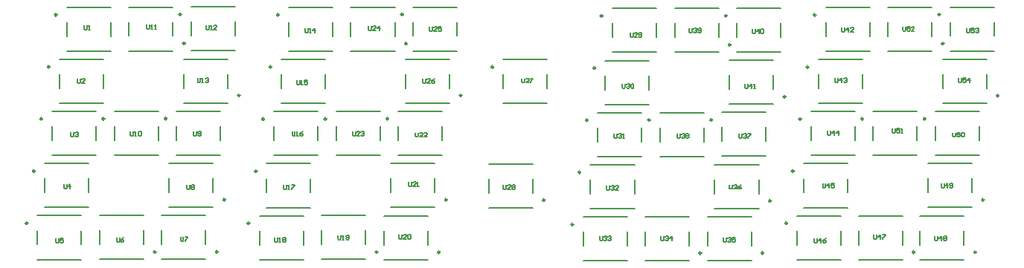
<source format=gto>
G04 Layer_Color=65535*
%FSLAX42Y42*%
%MOMM*%
G71*
G01*
G75*
%ADD18C,0.25*%
%ADD19C,0.20*%
%ADD20C,0.13*%
D18*
X11745Y2221D02*
G03*
X11745Y2221I-12J0D01*
G01*
X11079Y3146D02*
G03*
X11079Y3146I-12J0D01*
G01*
X11122Y2814D02*
G03*
X11122Y2814I-12J0D01*
G01*
X10205Y1956D02*
G03*
X10205Y1956I-12J0D01*
G01*
X10912Y1957D02*
G03*
X10912Y1957I-12J0D01*
G01*
X11578Y1033D02*
G03*
X11578Y1033I-12J0D01*
G01*
X11488Y435D02*
G03*
X11488Y435I-12J0D01*
G01*
X10788D02*
G03*
X10788Y435I-12J0D01*
G01*
X9338Y765D02*
G03*
X9338Y765I-12J0D01*
G01*
X9414Y1360D02*
G03*
X9414Y1360I-12J0D01*
G01*
X9498Y1954D02*
G03*
X9498Y1954I-12J0D01*
G01*
X9581Y2548D02*
G03*
X9581Y2548I-12J0D01*
G01*
X9665Y3142D02*
G03*
X9665Y3142I-12J0D01*
G01*
X9320Y2209D02*
G03*
X9320Y2209I-12J0D01*
G01*
X8653Y3133D02*
G03*
X8653Y3133I-12J0D01*
G01*
X8696Y2801D02*
G03*
X8696Y2801I-12J0D01*
G01*
X7779Y1943D02*
G03*
X7779Y1943I-12J0D01*
G01*
X8486Y1945D02*
G03*
X8486Y1945I-12J0D01*
G01*
X9153Y1020D02*
G03*
X9153Y1020I-12J0D01*
G01*
X9069Y426D02*
G03*
X9069Y426I-12J0D01*
G01*
X8362Y425D02*
G03*
X8362Y425I-12J0D01*
G01*
X6905Y753D02*
G03*
X6905Y753I-12J0D01*
G01*
X6989Y1347D02*
G03*
X6989Y1347I-12J0D01*
G01*
X7072Y1941D02*
G03*
X7072Y1941I-12J0D01*
G01*
X7156Y2536D02*
G03*
X7156Y2536I-12J0D01*
G01*
X7239Y3130D02*
G03*
X7239Y3130I-12J0D01*
G01*
X6579Y1029D02*
G03*
X6579Y1029I-12J0D01*
G01*
X5996Y2547D02*
G03*
X5996Y2547I-12J0D01*
G01*
X5636Y2222D02*
G03*
X5636Y2222I-12J0D01*
G01*
X4969Y3146D02*
G03*
X4969Y3146I-12J0D01*
G01*
X5012Y2814D02*
G03*
X5012Y2814I-12J0D01*
G01*
X4095Y1956D02*
G03*
X4095Y1956I-12J0D01*
G01*
X4802Y1957D02*
G03*
X4802Y1957I-12J0D01*
G01*
X5469Y1033D02*
G03*
X5469Y1033I-12J0D01*
G01*
X5388Y435D02*
G03*
X5388Y435I-12J0D01*
G01*
X4678Y438D02*
G03*
X4678Y438I-12J0D01*
G01*
X3221Y766D02*
G03*
X3221Y766I-12J0D01*
G01*
X3305Y1360D02*
G03*
X3305Y1360I-12J0D01*
G01*
X3388Y1954D02*
G03*
X3388Y1954I-12J0D01*
G01*
X3472Y2548D02*
G03*
X3472Y2548I-12J0D01*
G01*
X3555Y3143D02*
G03*
X3555Y3143I-12J0D01*
G01*
X3112Y2223D02*
G03*
X3112Y2223I-12J0D01*
G01*
X2445Y3147D02*
G03*
X2445Y3147I-12J0D01*
G01*
X2488Y2816D02*
G03*
X2488Y2816I-12J0D01*
G01*
X1571Y1957D02*
G03*
X1571Y1957I-12J0D01*
G01*
X2278Y1959D02*
G03*
X2278Y1959I-12J0D01*
G01*
X2945Y1035D02*
G03*
X2945Y1035I-12J0D01*
G01*
X2861Y440D02*
G03*
X2861Y440I-12J0D01*
G01*
X2154Y439D02*
G03*
X2154Y439I-12J0D01*
G01*
X697Y767D02*
G03*
X697Y767I-12J0D01*
G01*
X780Y1361D02*
G03*
X780Y1361I-12J0D01*
G01*
X864Y1956D02*
G03*
X864Y1956I-12J0D01*
G01*
X947Y2550D02*
G03*
X947Y2550I-12J0D01*
G01*
X1031Y3144D02*
G03*
X1031Y3144I-12J0D01*
G01*
D19*
X11108Y2136D02*
X11608D01*
X11108Y2306D02*
Y2466D01*
Y2636D02*
X11608D01*
Y2306D02*
Y2466D01*
X11191Y3231D02*
X11691D01*
Y2901D02*
Y3061D01*
X11191Y2731D02*
X11691D01*
X11191Y2901D02*
Y3061D01*
X10484Y2729D02*
X10984D01*
X10484Y2899D02*
Y3059D01*
Y3229D02*
X10984D01*
Y2899D02*
Y3059D01*
X10317Y2041D02*
X10817D01*
Y1711D02*
Y1871D01*
X10317Y1541D02*
X10817D01*
X10317Y1711D02*
Y1871D01*
X11024Y2042D02*
X11524D01*
Y1712D02*
Y1872D01*
X11024Y1542D02*
X11524D01*
X11024Y1712D02*
Y1872D01*
X10941Y948D02*
X11441D01*
X10941Y1118D02*
Y1278D01*
Y1448D02*
X11441D01*
Y1118D02*
Y1278D01*
X10850Y350D02*
X11350D01*
X10850Y520D02*
Y680D01*
Y850D02*
X11350D01*
Y520D02*
Y680D01*
X10150Y350D02*
X10650D01*
X10150Y520D02*
Y680D01*
Y850D02*
X10650D01*
Y520D02*
Y680D01*
X9450Y850D02*
X9950D01*
Y520D02*
Y680D01*
X9450Y350D02*
X9950D01*
X9450Y520D02*
Y680D01*
X9527Y1445D02*
X10027D01*
Y1115D02*
Y1275D01*
X9527Y945D02*
X10027D01*
X9527Y1115D02*
Y1275D01*
X9610Y2039D02*
X10110D01*
Y1709D02*
Y1869D01*
X9610Y1539D02*
X10110D01*
X9610Y1709D02*
Y1869D01*
X9694Y2633D02*
X10194D01*
Y2303D02*
Y2463D01*
X9694Y2133D02*
X10194D01*
X9694Y2303D02*
Y2463D01*
X9777Y3227D02*
X10277D01*
Y2897D02*
Y3057D01*
X9777Y2727D02*
X10277D01*
X9777Y2897D02*
Y3057D01*
X8682Y2124D02*
X9182D01*
X8682Y2294D02*
Y2454D01*
Y2624D02*
X9182D01*
Y2294D02*
Y2454D01*
X8766Y3218D02*
X9266D01*
Y2888D02*
Y3048D01*
X8766Y2718D02*
X9266D01*
X8766Y2888D02*
Y3048D01*
X8059Y2716D02*
X8559D01*
X8059Y2886D02*
Y3046D01*
Y3216D02*
X8559D01*
Y2886D02*
Y3046D01*
X7892Y2028D02*
X8392D01*
Y1698D02*
Y1858D01*
X7892Y1528D02*
X8392D01*
X7892Y1698D02*
Y1858D01*
X8599Y2030D02*
X9099D01*
Y1700D02*
Y1860D01*
X8599Y1530D02*
X9099D01*
X8599Y1700D02*
Y1860D01*
X8515Y935D02*
X9015D01*
X8515Y1105D02*
Y1265D01*
Y1435D02*
X9015D01*
Y1105D02*
Y1265D01*
X8432Y341D02*
X8932D01*
X8432Y511D02*
Y671D01*
Y841D02*
X8932D01*
Y511D02*
Y671D01*
X7725Y340D02*
X8225D01*
X7725Y510D02*
Y670D01*
Y840D02*
X8225D01*
Y510D02*
Y670D01*
X7018Y838D02*
X7518D01*
Y508D02*
Y668D01*
X7018Y338D02*
X7518D01*
X7018Y508D02*
Y668D01*
X7101Y1432D02*
X7601D01*
Y1102D02*
Y1262D01*
X7101Y932D02*
X7601D01*
X7101Y1102D02*
Y1262D01*
X7185Y2026D02*
X7685D01*
Y1696D02*
Y1856D01*
X7185Y1526D02*
X7685D01*
X7185Y1696D02*
Y1856D01*
X7268Y2621D02*
X7768D01*
Y2291D02*
Y2451D01*
X7268Y2121D02*
X7768D01*
X7268Y2291D02*
Y2451D01*
X7352Y3215D02*
X7852D01*
Y2885D02*
Y3045D01*
X7352Y2715D02*
X7852D01*
X7352Y2885D02*
Y3045D01*
X5942Y944D02*
X6442D01*
X5942Y1114D02*
Y1274D01*
Y1444D02*
X6442D01*
Y1114D02*
Y1274D01*
X6109Y2632D02*
X6609D01*
Y2302D02*
Y2462D01*
X6109Y2132D02*
X6609D01*
X6109Y2302D02*
Y2462D01*
X4998Y2137D02*
X5498D01*
X4998Y2307D02*
Y2467D01*
Y2637D02*
X5498D01*
Y2307D02*
Y2467D01*
X5082Y3231D02*
X5582D01*
Y2901D02*
Y3061D01*
X5082Y2731D02*
X5582D01*
X5082Y2901D02*
Y3061D01*
X4375Y2729D02*
X4875D01*
X4375Y2899D02*
Y3059D01*
Y3229D02*
X4875D01*
Y2899D02*
Y3059D01*
X4208Y2041D02*
X4708D01*
Y1711D02*
Y1871D01*
X4208Y1541D02*
X4708D01*
X4208Y1711D02*
Y1871D01*
X4915Y2042D02*
X5415D01*
Y1712D02*
Y1872D01*
X4915Y1542D02*
X5415D01*
X4915Y1712D02*
Y1872D01*
X4831Y948D02*
X5331D01*
X4831Y1118D02*
Y1278D01*
Y1448D02*
X5331D01*
Y1118D02*
Y1278D01*
X4750Y350D02*
X5250D01*
X4750Y520D02*
Y680D01*
Y850D02*
X5250D01*
Y520D02*
Y680D01*
X4041Y353D02*
X4541D01*
X4041Y523D02*
Y683D01*
Y853D02*
X4541D01*
Y523D02*
Y683D01*
X3334Y851D02*
X3834D01*
Y521D02*
Y681D01*
X3334Y351D02*
X3834D01*
X3334Y521D02*
Y681D01*
X3417Y1445D02*
X3917D01*
Y1115D02*
Y1275D01*
X3417Y945D02*
X3917D01*
X3417Y1115D02*
Y1275D01*
X3501Y2039D02*
X4001D01*
Y1709D02*
Y1869D01*
X3501Y1539D02*
X4001D01*
X3501Y1709D02*
Y1869D01*
X3584Y2633D02*
X4084D01*
Y2303D02*
Y2463D01*
X3584Y2133D02*
X4084D01*
X3584Y2303D02*
Y2463D01*
X3668Y3228D02*
X4168D01*
Y2898D02*
Y3058D01*
X3668Y2728D02*
X4168D01*
X3668Y2898D02*
Y3058D01*
X2474Y2138D02*
X2974D01*
X2474Y2308D02*
Y2468D01*
Y2638D02*
X2974D01*
Y2308D02*
Y2468D01*
X2558Y3232D02*
X3058D01*
Y2902D02*
Y3062D01*
X2558Y2732D02*
X3058D01*
X2558Y2902D02*
Y3062D01*
X1850Y2731D02*
X2350D01*
X1850Y2901D02*
Y3061D01*
Y3231D02*
X2350D01*
Y2901D02*
Y3061D01*
X1683Y2042D02*
X2183D01*
Y1712D02*
Y1872D01*
X1683Y1542D02*
X2183D01*
X1683Y1712D02*
Y1872D01*
X2391Y2044D02*
X2891D01*
Y1714D02*
Y1874D01*
X2391Y1544D02*
X2891D01*
X2391Y1714D02*
Y1874D01*
X2307Y950D02*
X2807D01*
X2307Y1120D02*
Y1280D01*
Y1450D02*
X2807D01*
Y1120D02*
Y1280D01*
X2224Y355D02*
X2724D01*
X2224Y525D02*
Y685D01*
Y855D02*
X2724D01*
Y525D02*
Y685D01*
X1516Y354D02*
X2016D01*
X1516Y524D02*
Y684D01*
Y854D02*
X2016D01*
Y524D02*
Y684D01*
X809Y852D02*
X1309D01*
Y522D02*
Y682D01*
X809Y352D02*
X1309D01*
X809Y522D02*
Y682D01*
X893Y1446D02*
X1393D01*
Y1116D02*
Y1276D01*
X893Y946D02*
X1393D01*
X893Y1116D02*
Y1276D01*
X976Y2041D02*
X1476D01*
Y1711D02*
Y1871D01*
X976Y1541D02*
X1476D01*
X976Y1711D02*
Y1871D01*
X1060Y2635D02*
X1560D01*
Y2305D02*
Y2465D01*
X1060Y2135D02*
X1560D01*
X1060Y2305D02*
Y2465D01*
X1143Y3229D02*
X1643D01*
Y2899D02*
Y3059D01*
X1143Y2729D02*
X1643D01*
X1143Y2899D02*
Y3059D01*
D20*
X1342Y3026D02*
Y2984D01*
X1351Y2976D01*
X1367D01*
X1376Y2984D01*
Y3026D01*
X1392Y2976D02*
X1409D01*
X1401D01*
Y3026D01*
X1392Y3018D01*
X1266Y2411D02*
Y2369D01*
X1274Y2361D01*
X1291D01*
X1299Y2369D01*
Y2411D01*
X1349Y2361D02*
X1316D01*
X1349Y2394D01*
Y2402D01*
X1341Y2411D01*
X1324D01*
X1316Y2402D01*
X1191Y1805D02*
Y1764D01*
X1199Y1755D01*
X1216D01*
X1224Y1764D01*
Y1805D01*
X1241Y1797D02*
X1249Y1805D01*
X1266D01*
X1274Y1797D01*
Y1788D01*
X1266Y1780D01*
X1258D01*
X1266D01*
X1274Y1772D01*
Y1764D01*
X1266Y1755D01*
X1249D01*
X1241Y1764D01*
X1108Y1211D02*
Y1169D01*
X1116Y1161D01*
X1133D01*
X1141Y1169D01*
Y1211D01*
X1183Y1161D02*
Y1211D01*
X1158Y1186D01*
X1191D01*
X1021Y597D02*
Y555D01*
X1030Y547D01*
X1046D01*
X1055Y555D01*
Y597D01*
X1105D02*
X1071D01*
Y572D01*
X1088Y580D01*
X1096D01*
X1105Y572D01*
Y555D01*
X1096Y547D01*
X1080D01*
X1071Y555D01*
X1709Y601D02*
Y560D01*
X1717Y551D01*
X1734D01*
X1742Y560D01*
Y601D01*
X1792D02*
X1775Y593D01*
X1759Y576D01*
Y560D01*
X1767Y551D01*
X1784D01*
X1792Y560D01*
Y568D01*
X1784Y576D01*
X1759D01*
X2437Y610D02*
Y568D01*
X2445Y560D01*
X2462D01*
X2470Y568D01*
Y610D01*
X2487D02*
X2520D01*
Y602D01*
X2487Y568D01*
Y560D01*
X2510Y1206D02*
Y1164D01*
X2519Y1156D01*
X2535D01*
X2544Y1164D01*
Y1206D01*
X2560Y1197D02*
X2569Y1206D01*
X2585D01*
X2594Y1197D01*
Y1189D01*
X2585Y1181D01*
X2594Y1172D01*
Y1164D01*
X2585Y1156D01*
X2569D01*
X2560Y1164D01*
Y1172D01*
X2569Y1181D01*
X2560Y1189D01*
Y1197D01*
X2569Y1181D02*
X2585D01*
X2585Y1811D02*
Y1769D01*
X2594Y1761D01*
X2610D01*
X2619Y1769D01*
Y1811D01*
X2635Y1769D02*
X2644Y1761D01*
X2660D01*
X2669Y1769D01*
Y1803D01*
X2660Y1811D01*
X2644D01*
X2635Y1803D01*
Y1794D01*
X2644Y1786D01*
X2669D01*
X1868Y1811D02*
Y1769D01*
X1877Y1761D01*
X1893D01*
X1902Y1769D01*
Y1811D01*
X1918Y1761D02*
X1935D01*
X1927D01*
Y1811D01*
X1918Y1803D01*
X1960D02*
X1968Y1811D01*
X1985D01*
X1993Y1803D01*
Y1769D01*
X1985Y1761D01*
X1968D01*
X1960Y1769D01*
Y1803D01*
X2050Y3028D02*
Y2986D01*
X2058Y2978D01*
X2075D01*
X2083Y2986D01*
Y3028D01*
X2100Y2978D02*
X2116D01*
X2108D01*
Y3028D01*
X2100Y3019D01*
X2141Y2978D02*
X2158D01*
X2150D01*
Y3028D01*
X2141Y3019D01*
X2726Y3023D02*
Y2982D01*
X2734Y2973D01*
X2751D01*
X2759Y2982D01*
Y3023D01*
X2776Y2973D02*
X2792D01*
X2784D01*
Y3023D01*
X2776Y3015D01*
X2850Y2973D02*
X2817D01*
X2850Y3007D01*
Y3015D01*
X2842Y3023D01*
X2826D01*
X2817Y3015D01*
X2631Y2421D02*
Y2379D01*
X2639Y2371D01*
X2656D01*
X2664Y2379D01*
Y2421D01*
X2681Y2371D02*
X2697D01*
X2689D01*
Y2421D01*
X2681Y2412D01*
X2722D02*
X2731Y2421D01*
X2747D01*
X2756Y2412D01*
Y2404D01*
X2747Y2396D01*
X2739D01*
X2747D01*
X2756Y2387D01*
Y2379D01*
X2747Y2371D01*
X2731D01*
X2722Y2379D01*
X3851Y2986D02*
Y2945D01*
X3860Y2936D01*
X3876D01*
X3885Y2945D01*
Y2986D01*
X3901Y2936D02*
X3918D01*
X3910D01*
Y2986D01*
X3901Y2978D01*
X3968Y2936D02*
Y2986D01*
X3943Y2961D01*
X3976D01*
X3758Y2394D02*
Y2352D01*
X3766Y2344D01*
X3783D01*
X3791Y2352D01*
Y2394D01*
X3808Y2344D02*
X3825D01*
X3816D01*
Y2394D01*
X3808Y2385D01*
X3883Y2394D02*
X3850D01*
Y2369D01*
X3866Y2377D01*
X3875D01*
X3883Y2369D01*
Y2352D01*
X3875Y2344D01*
X3858D01*
X3850Y2352D01*
X3707Y1815D02*
Y1773D01*
X3715Y1765D01*
X3732D01*
X3740Y1773D01*
Y1815D01*
X3757Y1765D02*
X3774D01*
X3765D01*
Y1815D01*
X3757Y1807D01*
X3832Y1815D02*
X3815Y1807D01*
X3799Y1790D01*
Y1773D01*
X3807Y1765D01*
X3824D01*
X3832Y1773D01*
Y1782D01*
X3824Y1790D01*
X3799D01*
X3611Y1203D02*
Y1161D01*
X3619Y1153D01*
X3636D01*
X3644Y1161D01*
Y1203D01*
X3661Y1153D02*
X3677D01*
X3669D01*
Y1203D01*
X3661Y1194D01*
X3702Y1203D02*
X3736D01*
Y1194D01*
X3702Y1161D01*
Y1153D01*
X3506Y601D02*
Y560D01*
X3514Y551D01*
X3531D01*
X3539Y560D01*
Y601D01*
X3556Y551D02*
X3573D01*
X3564D01*
Y601D01*
X3556Y593D01*
X3598D02*
X3606Y601D01*
X3623D01*
X3631Y593D01*
Y585D01*
X3623Y576D01*
X3631Y568D01*
Y560D01*
X3623Y551D01*
X3606D01*
X3598Y560D01*
Y568D01*
X3606Y576D01*
X3598Y585D01*
Y593D01*
X3606Y576D02*
X3623D01*
X4227Y631D02*
Y590D01*
X4236Y581D01*
X4252D01*
X4261Y590D01*
Y631D01*
X4277Y581D02*
X4294D01*
X4286D01*
Y631D01*
X4277Y623D01*
X4319Y590D02*
X4327Y581D01*
X4344D01*
X4352Y590D01*
Y623D01*
X4344Y631D01*
X4327D01*
X4319Y623D01*
Y615D01*
X4327Y606D01*
X4352D01*
X4924Y634D02*
Y593D01*
X4933Y584D01*
X4949D01*
X4958Y593D01*
Y634D01*
X5008Y584D02*
X4974D01*
X5008Y618D01*
Y626D01*
X4999Y634D01*
X4983D01*
X4974Y626D01*
X5024D02*
X5033Y634D01*
X5049D01*
X5058Y626D01*
Y593D01*
X5049Y584D01*
X5033D01*
X5024Y593D01*
Y626D01*
X5029Y1235D02*
Y1194D01*
X5037Y1185D01*
X5054D01*
X5062Y1194D01*
Y1235D01*
X5112Y1185D02*
X5079D01*
X5112Y1219D01*
Y1227D01*
X5104Y1235D01*
X5087D01*
X5079Y1227D01*
X5129Y1185D02*
X5146D01*
X5137D01*
Y1235D01*
X5129Y1227D01*
X5108Y1800D02*
Y1758D01*
X5117Y1750D01*
X5133D01*
X5142Y1758D01*
Y1800D01*
X5192Y1750D02*
X5158D01*
X5192Y1783D01*
Y1792D01*
X5183Y1800D01*
X5167D01*
X5158Y1792D01*
X5242Y1750D02*
X5208D01*
X5242Y1783D01*
Y1792D01*
X5233Y1800D01*
X5217D01*
X5208Y1792D01*
X4393Y1810D02*
Y1768D01*
X4401Y1760D01*
X4418D01*
X4426Y1768D01*
Y1810D01*
X4476Y1760D02*
X4443D01*
X4476Y1793D01*
Y1801D01*
X4468Y1810D01*
X4451D01*
X4443Y1801D01*
X4493D02*
X4501Y1810D01*
X4518D01*
X4526Y1801D01*
Y1793D01*
X4518Y1785D01*
X4509D01*
X4518D01*
X4526Y1776D01*
Y1768D01*
X4518Y1760D01*
X4501D01*
X4493Y1768D01*
X4573Y3016D02*
Y2975D01*
X4581Y2966D01*
X4598D01*
X4606Y2975D01*
Y3016D01*
X4656Y2966D02*
X4623D01*
X4656Y3000D01*
Y3008D01*
X4647Y3016D01*
X4631D01*
X4623Y3008D01*
X4697Y2966D02*
Y3016D01*
X4672Y2991D01*
X4706D01*
X5268Y3009D02*
Y2968D01*
X5277Y2959D01*
X5293D01*
X5302Y2968D01*
Y3009D01*
X5352Y2959D02*
X5318D01*
X5352Y2993D01*
Y3001D01*
X5343Y3009D01*
X5327D01*
X5318Y3001D01*
X5402Y3009D02*
X5368D01*
Y2984D01*
X5385Y2993D01*
X5393D01*
X5402Y2984D01*
Y2968D01*
X5393Y2959D01*
X5377D01*
X5368Y2968D01*
X5195Y2414D02*
Y2372D01*
X5203Y2364D01*
X5220D01*
X5228Y2372D01*
Y2414D01*
X5278Y2364D02*
X5245D01*
X5278Y2397D01*
Y2406D01*
X5270Y2414D01*
X5253D01*
X5245Y2406D01*
X5328Y2414D02*
X5311Y2406D01*
X5295Y2389D01*
Y2372D01*
X5303Y2364D01*
X5320D01*
X5328Y2372D01*
Y2381D01*
X5320Y2389D01*
X5295D01*
X6316Y2418D02*
Y2376D01*
X6325Y2368D01*
X6341D01*
X6350Y2376D01*
Y2418D01*
X6400Y2368D02*
X6366D01*
X6400Y2401D01*
Y2410D01*
X6391Y2418D01*
X6375D01*
X6366Y2410D01*
X6416Y2418D02*
X6449D01*
Y2410D01*
X6416Y2376D01*
Y2368D01*
X6105Y1205D02*
Y1164D01*
X6114Y1155D01*
X6130D01*
X6139Y1164D01*
Y1205D01*
X6189Y1155D02*
X6155D01*
X6189Y1189D01*
Y1197D01*
X6180Y1205D01*
X6164D01*
X6155Y1197D01*
X6205D02*
X6214Y1205D01*
X6230D01*
X6239Y1197D01*
Y1189D01*
X6230Y1180D01*
X6239Y1172D01*
Y1164D01*
X6230Y1155D01*
X6214D01*
X6205Y1164D01*
Y1172D01*
X6214Y1180D01*
X6205Y1189D01*
Y1197D01*
X6214Y1180D02*
X6230D01*
X7551Y2941D02*
Y2899D01*
X7559Y2891D01*
X7576D01*
X7584Y2899D01*
Y2941D01*
X7634Y2891D02*
X7601D01*
X7634Y2924D01*
Y2933D01*
X7626Y2941D01*
X7609D01*
X7601Y2933D01*
X7651Y2899D02*
X7659Y2891D01*
X7676D01*
X7684Y2899D01*
Y2933D01*
X7676Y2941D01*
X7659D01*
X7651Y2933D01*
Y2924D01*
X7659Y2916D01*
X7684D01*
X7459Y2358D02*
Y2317D01*
X7467Y2308D01*
X7484D01*
X7492Y2317D01*
Y2358D01*
X7509Y2350D02*
X7517Y2358D01*
X7534D01*
X7542Y2350D01*
Y2342D01*
X7534Y2333D01*
X7526D01*
X7534D01*
X7542Y2325D01*
Y2317D01*
X7534Y2308D01*
X7517D01*
X7509Y2317D01*
X7559Y2350D02*
X7567Y2358D01*
X7584D01*
X7592Y2350D01*
Y2317D01*
X7584Y2308D01*
X7567D01*
X7559Y2317D01*
Y2350D01*
X7368Y1785D02*
Y1744D01*
X7377Y1735D01*
X7393D01*
X7402Y1744D01*
Y1785D01*
X7418Y1777D02*
X7427Y1785D01*
X7443D01*
X7452Y1777D01*
Y1769D01*
X7443Y1760D01*
X7435D01*
X7443D01*
X7452Y1752D01*
Y1744D01*
X7443Y1735D01*
X7427D01*
X7418Y1744D01*
X7468Y1735D02*
X7485D01*
X7477D01*
Y1785D01*
X7468Y1777D01*
X7285Y1191D02*
Y1149D01*
X7293Y1141D01*
X7310D01*
X7318Y1149D01*
Y1191D01*
X7335Y1183D02*
X7343Y1191D01*
X7360D01*
X7368Y1183D01*
Y1174D01*
X7360Y1166D01*
X7352D01*
X7360D01*
X7368Y1158D01*
Y1149D01*
X7360Y1141D01*
X7343D01*
X7335Y1149D01*
X7418Y1141D02*
X7385D01*
X7418Y1174D01*
Y1183D01*
X7410Y1191D01*
X7393D01*
X7385Y1183D01*
X7204Y617D02*
Y575D01*
X7213Y567D01*
X7229D01*
X7237Y575D01*
Y617D01*
X7254Y608D02*
X7262Y617D01*
X7279D01*
X7287Y608D01*
Y600D01*
X7279Y592D01*
X7271D01*
X7279D01*
X7287Y583D01*
Y575D01*
X7279Y567D01*
X7262D01*
X7254Y575D01*
X7304Y608D02*
X7312Y617D01*
X7329D01*
X7337Y608D01*
Y600D01*
X7329Y592D01*
X7321D01*
X7329D01*
X7337Y583D01*
Y575D01*
X7329Y567D01*
X7312D01*
X7304Y575D01*
X7901Y620D02*
Y578D01*
X7910Y570D01*
X7926D01*
X7935Y578D01*
Y620D01*
X7951Y611D02*
X7960Y620D01*
X7976D01*
X7985Y611D01*
Y603D01*
X7976Y595D01*
X7968D01*
X7976D01*
X7985Y586D01*
Y578D01*
X7976Y570D01*
X7960D01*
X7951Y578D01*
X8026Y570D02*
Y620D01*
X8001Y595D01*
X8035D01*
X8616Y600D02*
Y558D01*
X8624Y550D01*
X8641D01*
X8649Y558D01*
Y600D01*
X8666Y592D02*
X8674Y600D01*
X8691D01*
X8699Y592D01*
Y583D01*
X8691Y575D01*
X8682D01*
X8691D01*
X8699Y567D01*
Y558D01*
X8691Y550D01*
X8674D01*
X8666Y558D01*
X8749Y600D02*
X8716D01*
Y575D01*
X8732Y583D01*
X8741D01*
X8749Y575D01*
Y558D01*
X8741Y550D01*
X8724D01*
X8716Y558D01*
X8681Y1207D02*
Y1165D01*
X8689Y1157D01*
X8706D01*
X8714Y1165D01*
Y1207D01*
X8731Y1199D02*
X8739Y1207D01*
X8756D01*
X8764Y1199D01*
Y1190D01*
X8756Y1182D01*
X8747D01*
X8756D01*
X8764Y1174D01*
Y1165D01*
X8756Y1157D01*
X8739D01*
X8731Y1165D01*
X8814Y1207D02*
X8797Y1199D01*
X8781Y1182D01*
Y1165D01*
X8789Y1157D01*
X8806D01*
X8814Y1165D01*
Y1174D01*
X8806Y1182D01*
X8781D01*
X8793Y1787D02*
Y1745D01*
X8801Y1737D01*
X8818D01*
X8826Y1745D01*
Y1787D01*
X8842Y1779D02*
X8851Y1787D01*
X8867D01*
X8876Y1779D01*
Y1770D01*
X8867Y1762D01*
X8859D01*
X8867D01*
X8876Y1754D01*
Y1745D01*
X8867Y1737D01*
X8851D01*
X8842Y1745D01*
X8892Y1787D02*
X8926D01*
Y1779D01*
X8892Y1745D01*
Y1737D01*
X8085Y1785D02*
Y1744D01*
X8094Y1735D01*
X8110D01*
X8119Y1744D01*
Y1785D01*
X8135Y1777D02*
X8144Y1785D01*
X8160D01*
X8169Y1777D01*
Y1769D01*
X8160Y1760D01*
X8152D01*
X8160D01*
X8169Y1752D01*
Y1744D01*
X8160Y1735D01*
X8144D01*
X8135Y1744D01*
X8185Y1777D02*
X8194Y1785D01*
X8210D01*
X8219Y1777D01*
Y1769D01*
X8210Y1760D01*
X8219Y1752D01*
Y1744D01*
X8210Y1735D01*
X8194D01*
X8185Y1744D01*
Y1752D01*
X8194Y1760D01*
X8185Y1769D01*
Y1777D01*
X8194Y1760D02*
X8210D01*
X8224Y2988D02*
Y2946D01*
X8232Y2938D01*
X8249D01*
X8257Y2946D01*
Y2988D01*
X8274Y2980D02*
X8282Y2988D01*
X8299D01*
X8307Y2980D01*
Y2971D01*
X8299Y2963D01*
X8291D01*
X8299D01*
X8307Y2955D01*
Y2946D01*
X8299Y2938D01*
X8282D01*
X8274Y2946D01*
X8324D02*
X8332Y2938D01*
X8349D01*
X8357Y2946D01*
Y2980D01*
X8349Y2988D01*
X8332D01*
X8324Y2980D01*
Y2971D01*
X8332Y2963D01*
X8357D01*
X8940Y2978D02*
Y2937D01*
X8948Y2928D01*
X8965D01*
X8973Y2937D01*
Y2978D01*
X9015Y2928D02*
Y2978D01*
X8990Y2953D01*
X9023D01*
X9040Y2970D02*
X9048Y2978D01*
X9065D01*
X9073Y2970D01*
Y2937D01*
X9065Y2928D01*
X9048D01*
X9040Y2937D01*
Y2970D01*
X8862Y2353D02*
Y2311D01*
X8870Y2303D01*
X8887D01*
X8895Y2311D01*
Y2353D01*
X8937Y2303D02*
Y2353D01*
X8912Y2328D01*
X8945D01*
X8962Y2303D02*
X8979D01*
X8970D01*
Y2353D01*
X8962Y2345D01*
X9962Y2996D02*
Y2954D01*
X9970Y2946D01*
X9987D01*
X9995Y2954D01*
Y2996D01*
X10037Y2946D02*
Y2996D01*
X10012Y2971D01*
X10045D01*
X10095Y2946D02*
X10062D01*
X10095Y2979D01*
Y2988D01*
X10087Y2996D01*
X10070D01*
X10062Y2988D01*
X9881Y2422D02*
Y2380D01*
X9890Y2372D01*
X9906D01*
X9915Y2380D01*
Y2422D01*
X9956Y2372D02*
Y2422D01*
X9931Y2397D01*
X9965D01*
X9981Y2413D02*
X9990Y2422D01*
X10006D01*
X10015Y2413D01*
Y2405D01*
X10006Y2397D01*
X9998D01*
X10006D01*
X10015Y2388D01*
Y2380D01*
X10006Y2372D01*
X9990D01*
X9981Y2380D01*
X9797Y1818D02*
Y1776D01*
X9805Y1768D01*
X9822D01*
X9830Y1776D01*
Y1818D01*
X9872Y1768D02*
Y1818D01*
X9847Y1793D01*
X9880D01*
X9921Y1768D02*
Y1818D01*
X9897Y1793D01*
X9930D01*
X9743Y1219D02*
Y1178D01*
X9751Y1169D01*
X9768D01*
X9776Y1178D01*
Y1219D01*
X9818Y1169D02*
Y1219D01*
X9793Y1194D01*
X9826D01*
X9876Y1219D02*
X9843D01*
Y1194D01*
X9859Y1203D01*
X9868D01*
X9876Y1194D01*
Y1178D01*
X9868Y1169D01*
X9851D01*
X9843Y1178D01*
X9645Y597D02*
Y555D01*
X9653Y547D01*
X9670D01*
X9678Y555D01*
Y597D01*
X9720Y547D02*
Y597D01*
X9695Y572D01*
X9728D01*
X9778Y597D02*
X9762Y588D01*
X9745Y572D01*
Y555D01*
X9753Y547D01*
X9770D01*
X9778Y555D01*
Y563D01*
X9770Y572D01*
X9745D01*
X10327Y632D02*
Y591D01*
X10335Y582D01*
X10352D01*
X10360Y591D01*
Y632D01*
X10402Y582D02*
Y632D01*
X10377Y607D01*
X10410D01*
X10427Y632D02*
X10460D01*
Y624D01*
X10427Y591D01*
Y582D01*
X11020Y620D02*
Y578D01*
X11028Y570D01*
X11045D01*
X11053Y578D01*
Y620D01*
X11095Y570D02*
Y620D01*
X11070Y595D01*
X11103D01*
X11120Y612D02*
X11128Y620D01*
X11145D01*
X11153Y612D01*
Y603D01*
X11145Y595D01*
X11153Y587D01*
Y578D01*
X11145Y570D01*
X11128D01*
X11120Y578D01*
Y587D01*
X11128Y595D01*
X11120Y603D01*
Y612D01*
X11128Y595D02*
X11145D01*
X11090Y1220D02*
Y1178D01*
X11098Y1170D01*
X11115D01*
X11123Y1178D01*
Y1220D01*
X11165Y1170D02*
Y1220D01*
X11140Y1195D01*
X11173D01*
X11190Y1178D02*
X11198Y1170D01*
X11215D01*
X11223Y1178D01*
Y1212D01*
X11215Y1220D01*
X11198D01*
X11190Y1212D01*
Y1203D01*
X11198Y1195D01*
X11223D01*
X11220Y1800D02*
Y1758D01*
X11228Y1750D01*
X11245D01*
X11253Y1758D01*
Y1800D01*
X11303D02*
X11270D01*
Y1775D01*
X11287Y1783D01*
X11295D01*
X11303Y1775D01*
Y1758D01*
X11295Y1750D01*
X11278D01*
X11270Y1758D01*
X11320Y1792D02*
X11328Y1800D01*
X11345D01*
X11353Y1792D01*
Y1758D01*
X11345Y1750D01*
X11328D01*
X11320Y1758D01*
Y1792D01*
X10538Y1845D02*
Y1803D01*
X10546Y1795D01*
X10563D01*
X10571Y1803D01*
Y1845D01*
X10621D02*
X10588D01*
Y1820D01*
X10604Y1828D01*
X10612D01*
X10621Y1820D01*
Y1803D01*
X10612Y1795D01*
X10596D01*
X10588Y1803D01*
X10637Y1795D02*
X10654D01*
X10646D01*
Y1845D01*
X10637Y1836D01*
X10651Y3010D02*
Y2969D01*
X10659Y2960D01*
X10676D01*
X10684Y2969D01*
Y3010D01*
X10734D02*
X10701D01*
Y2985D01*
X10717Y2994D01*
X10726D01*
X10734Y2985D01*
Y2969D01*
X10726Y2960D01*
X10709D01*
X10701Y2969D01*
X10784Y2960D02*
X10751D01*
X10784Y2994D01*
Y3002D01*
X10776Y3010D01*
X10759D01*
X10751Y3002D01*
X11380Y2990D02*
Y2948D01*
X11388Y2940D01*
X11405D01*
X11413Y2948D01*
Y2990D01*
X11463D02*
X11430D01*
Y2965D01*
X11447Y2973D01*
X11455D01*
X11463Y2965D01*
Y2948D01*
X11455Y2940D01*
X11438D01*
X11430Y2948D01*
X11480Y2982D02*
X11488Y2990D01*
X11505D01*
X11513Y2982D01*
Y2973D01*
X11505Y2965D01*
X11497D01*
X11505D01*
X11513Y2957D01*
Y2948D01*
X11505Y2940D01*
X11488D01*
X11480Y2948D01*
X11290Y2420D02*
Y2378D01*
X11298Y2370D01*
X11315D01*
X11323Y2378D01*
Y2420D01*
X11373D02*
X11340D01*
Y2395D01*
X11357Y2403D01*
X11365D01*
X11373Y2395D01*
Y2378D01*
X11365Y2370D01*
X11348D01*
X11340Y2378D01*
X11415Y2370D02*
Y2420D01*
X11390Y2395D01*
X11423D01*
M02*

</source>
